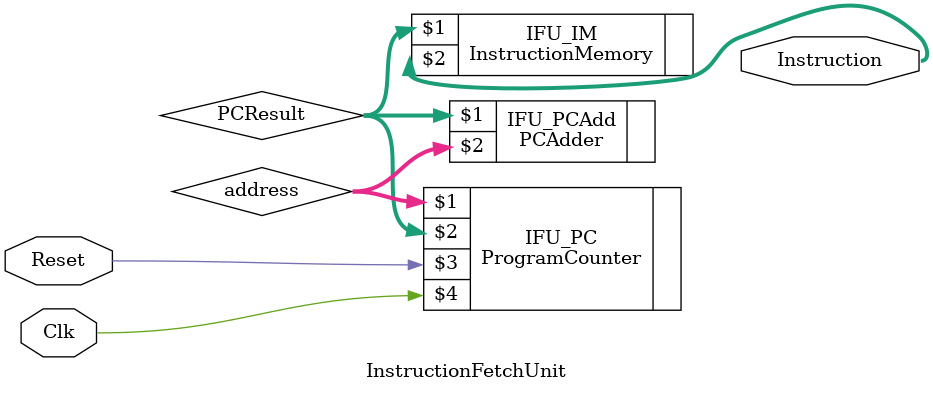
<source format=v>
`timescale 1ns / 1ps


module InstructionFetchUnit(Reset, Clk, Instruction);

    input Reset;
    input Clk;
    
    output [31:0] Instruction;
    
    //wire [31:0] IM_out;
    wire [31:0] address;
    wire [31:0] PCResult;
    
    //module ProgramCounter(Address, PCResult, Reset, Clk);
    ProgramCounter IFU_PC(address, PCResult, Reset, Clk);
    
    //module PCAdder(PCResult, PCAddResult)
    PCAdder IFU_PCAdd(PCResult, address);
            
    //module InstructionMemory(Address, Instruction); 
    InstructionMemory IFU_IM(PCResult, Instruction);
    
    
//    always @ (posedge Clk)  begin
//        Inst
//    end
    
//    output [7:0] en_out;
//    output [6:0] out7;
//    //module ClkDiv(Clk, Rst, ClkOut);
//    ClkDiv IFU_Clk(Clk, Reset, Clk_out);
//    //module Two4DigitDisplay(Clk, NumberA, NumberB, out7, en_out);
//    Two4DigitDisplay IFU_Display(Clk_out, Instruction[15:0], Instruction[31:16], out7, en_out);
    
    /* Please fill in the implementation here... */
endmodule


</source>
